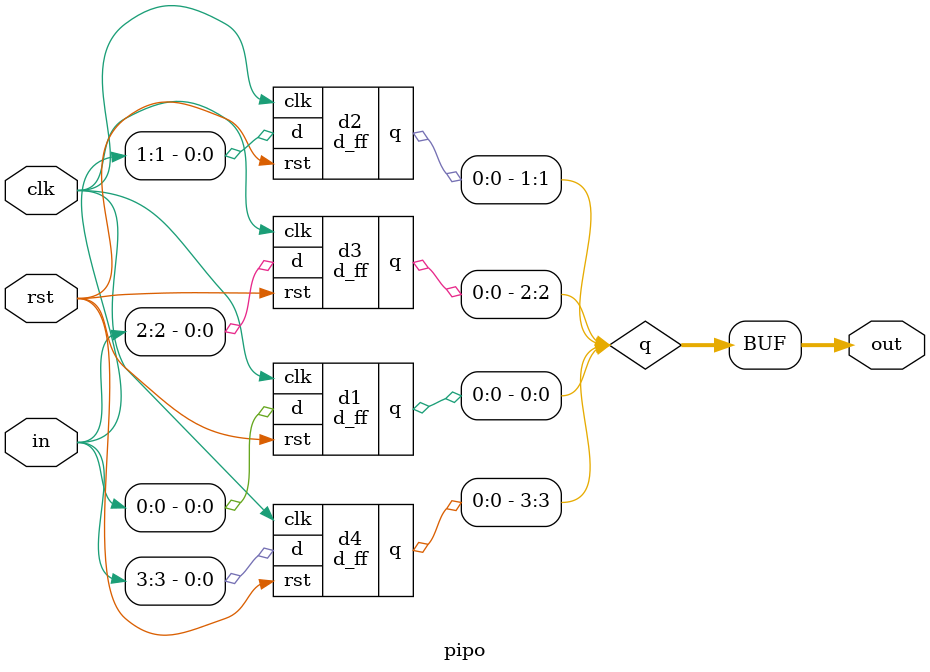
<source format=v>
module d_ff(
input clk,rst,d,
output reg q,
output q_bar);
always@(posedge clk or posedge rst)begin
if(rst)
q<=1'b0;
else
q<=d;
end
assign q_bar=~q;
endmodule

module pipo(
input clk,rst,
input [3:0]in,
output [3:0] out);
wire [3:0]q;
d_ff d1(.clk(clk), .rst(rst), .d(in[0]), .q(q[0]));
d_ff d2(.clk(clk), .rst(rst), .d(in[1]), .q(q[1]));
d_ff d3(.clk(clk), .rst(rst), .d(in[2]), .q(q[2]));
d_ff d4(.clk(clk), .rst(rst), .d(in[3]), .q(q[3]));
assign out=q;
endmodule

</source>
